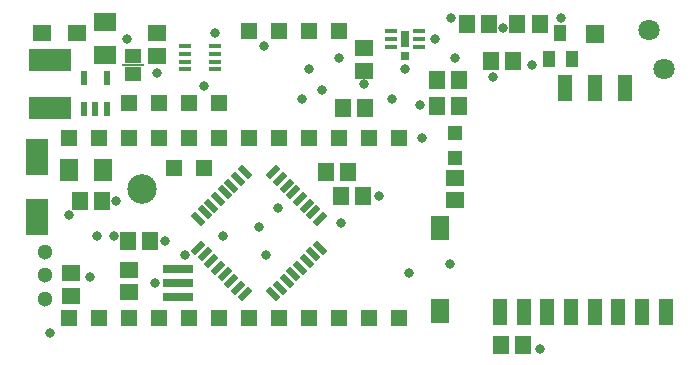
<source format=gts>
%FSLAX35Y35*%
%MOIN*%
%IN18=Loetstoppmaskeoben(X.StopTop)*%
%ADD10C,0.00591*%
%ADD11C,0.00004*%
%ADD12C,0.00154*%
%ADD13C,0.00192*%
%ADD14C,0.00197*%
%ADD15C,0.00200*%
%ADD16C,0.00240*%
%ADD17C,0.00288*%
%ADD18C,0.00300*%
%ADD19C,0.00394*%
%ADD20C,0.00400*%
%ADD21C,0.00450*%
%ADD22C,0.00500*%
%ADD23C,0.00600*%
%ADD24C,0.00787*%
%ADD25C,0.00800*%
%ADD26C,0.01000*%
%ADD27C,0.01024*%
%ADD28C,0.01181*%
%ADD29C,0.01575*%
%ADD30C,0.01969*%
%ADD31C,0.02362*%
%ADD32C,0.03150*%
%ADD33C,0.05000*%
%ADD34C,0.05118*%
%ADD35C,0.07087*%
%ADD36C,0.09843*%
%AMR_37*21,1,0.00591,0.01181,0,0,0.000*%
%ADD37R_37*%
%AMR_38*21,1,0.00600,0.07200,0,0,0.000*%
%ADD38R_38*%
%AMR_39*21,1,0.00787,0.04724,0,0,0.000*%
%ADD39R_39*%
%AMR_40*21,1,0.00788,0.03150,0,0,0.000*%
%ADD40R_40*%
%AMR_41*21,1,0.01181,0.01181,0,0,0.000*%
%ADD41R_41*%
%AMR_42*21,1,0.01250,0.04375,0,0,0.000*%
%ADD42R_42*%
%AMR_43*21,1,0.01400,0.05600,0,0,0.000*%
%ADD43R_43*%
%AMR_44*21,1,0.01574,0.03150,0,0,0.000*%
%ADD44R_44*%
%AMR_45*21,1,0.01574,0.04724,0,0,0.000*%
%ADD45R_45*%
%AMR_46*21,1,0.01800,0.02300,0,0,0.000*%
%ADD46R_46*%
%AMR_47*21,1,0.01969,0.02559,0,0,0.000*%
%ADD47R_47*%
%AMR_48*21,1,0.01969,0.05118,0,0,45.000*%
%ADD48R_48*%
%AMR_49*21,1,0.02000,0.02000,0,0,0.000*%
%ADD49R_49*%
%AMR_50*21,1,0.02165,0.04724,0,0,0.000*%
%ADD50R_50*%
%AMR_51*21,1,0.02500,0.02500,0,0,0.000*%
%ADD51R_51*%
%AMR_52*21,1,0.02500,0.05000,0,0,0.000*%
%ADD52R_52*%
%AMR_53*21,1,0.02559,0.05906,0,0,0.000*%
%ADD53R_53*%
%AMR_54*21,1,0.02756,0.09843,0,0,270.000*%
%ADD54R_54*%
%AMR_55*21,1,0.02953,0.05709,0,0,0.000*%
%ADD55R_55*%
%AMR_56*21,1,0.02953,0.06693,0,0,0.000*%
%ADD56R_56*%
%AMR_57*21,1,0.03150,0.00788,0,0,0.000*%
%ADD57R_57*%
%AMR_58*21,1,0.03150,0.01574,0,0,0.000*%
%ADD58R_58*%
%AMR_59*21,1,0.03750,0.01875,0,0,0.000*%
%ADD59R_59*%
%AMR_60*21,1,0.03937,0.01575,0,0,180.000*%
%ADD60R_60*%
%AMR_61*21,1,0.03937,0.05512,0,0,0.000*%
%ADD61R_61*%
%AMR_62*21,1,0.04600,0.05512,0,0,90.000*%
%ADD62R_62*%
%AMR_63*21,1,0.04600,0.05512,0,0,180.000*%
%ADD63R_63*%
%AMR_64*21,1,0.04724,0.01574,0,0,0.000*%
%ADD64R_64*%
%AMR_65*21,1,0.04724,0.04724,0,0,0.000*%
%ADD65R_65*%
%AMR_66*21,1,0.05118,0.01969,0,0,45.000*%
%ADD66R_66*%
%AMR_67*21,1,0.05118,0.05906,0,0,0.000*%
%ADD67R_67*%
%AMR_68*21,1,0.05118,0.05906,0,0,90.000*%
%ADD68R_68*%
%AMR_69*21,1,0.05118,0.05906,0,0,180.000*%
%ADD69R_69*%
%AMR_70*21,1,0.05118,0.05906,0,0,270.000*%
%ADD70R_70*%
%AMR_71*21,1,0.05118,0.06299,0,0,0.000*%
%ADD71R_71*%
%AMR_72*21,1,0.05118,0.06299,0,0,90.000*%
%ADD72R_72*%
%AMR_73*21,1,0.05118,0.06299,0,0,180.000*%
%ADD73R_73*%
%AMR_74*21,1,0.05315,0.02362,0,0,0.000*%
%ADD74R_74*%
%AMR_75*21,1,0.05512,0.02795,0,0,90.000*%
%ADD75R_75*%
%AMR_76*21,1,0.05512,0.05512,0,0,90.000*%
%ADD76R_76*%
%AMR_77*21,1,0.05512,0.05512,0,0,180.000*%
%ADD77R_77*%
%AMR_78*21,1,0.05512,0.05512,0,0,270.000*%
%ADD78R_78*%
%AMR_79*21,1,0.05600,0.01400,0,0,0.000*%
%ADD79R_79*%
%AMR_80*21,1,0.05709,0.02953,0,0,0.000*%
%ADD80R_80*%
%AMR_81*21,1,0.06299,0.05512,0,0,0.000*%
%ADD81R_81*%
%AMR_82*21,1,0.06299,0.05512,0,0,180.000*%
%ADD82R_82*%
%AMR_83*21,1,0.06299,0.06299,0,0,0.000*%
%ADD83R_83*%
%AMR_84*21,1,0.06299,0.07087,0,0,180.000*%
%ADD84R_84*%
%AMR_85*21,1,0.06299,0.07087,0,0,270.000*%
%ADD85R_85*%
%AMR_86*21,1,0.06693,0.02953,0,0,0.000*%
%ADD86R_86*%
%AMR_87*21,1,0.07087,0.11811,0,0,0.000*%
%ADD87R_87*%
%AMR_88*21,1,0.07087,0.14173,0,0,90.000*%
%ADD88R_88*%
%AMR_89*21,1,0.07200,0.00600,0,0,0.000*%
%ADD89R_89*%
%AMR_90*21,1,0.07874,0.06299,0,0,90.000*%
%ADD90R_90*%
%AMR_91*21,1,0.08661,0.04724,0,0,90.000*%
%ADD91R_91*%
%AMR_92*21,1,0.10625,0.01875,0,0,0.000*%
%ADD92R_92*%
%AMR_93*21,1,0.19685,0.19685,0,0,0.000*%
%ADD93R_93*%
%AMRR_94*21,1,0.03937,0.01260,0,0,0.000*21,1,0.03622,0.01575,0,0,0.000*1,1,0.00315,0.01811,0.00630*1,1,0.00315,-0.01811,-0.00630*1,1,0.00315,0.01811,-0.00630*1,1,0.00315,-0.01811,0.00630*%
%ADD94RR_94*%
G54D32*
X172500Y2790D03*
X156884Y93690D03*
X44375Y25000D03*
X78864Y43635D03*
X30625Y40625D03*
X118750Y53750D03*
X85114Y49885D03*
X93125Y86250D03*
X95625Y96250D03*
X127500Y96250D03*
X123125Y86250D03*
X200812Y89901D03*
X180812Y89901D03*
X113750Y91250D03*
X175063Y15098D03*
X190812Y15098D03*
X106250Y45000D03*
X182937Y15098D03*
X128750Y28125D03*
X142500Y31250D03*
X206560Y15098D03*
X25000Y40625D03*
X31250Y52324D03*
X214434Y15098D03*
X66875Y40625D03*
X60625Y90500D03*
X80625Y103750D03*
X132500Y84375D03*
X137500Y106250D03*
X160375Y109940D03*
X133125Y73125D03*
X170044Y97440D03*
X142875Y113125D03*
X144125Y100000D03*
X100000Y89375D03*
X9375Y8125D03*
X35000Y106250D03*
X45000Y95000D03*
X64375Y108125D03*
X81250Y34375D03*
X47500Y39003D03*
X15625Y47500D03*
X105625Y100000D03*
X22500Y26875D03*
X54375Y34375D03*
X179419Y113065D03*
G54D34*
X7500Y19625D03*
X7500Y35374D03*
X7500Y27500D03*
G54D35*
X213750Y96250D03*
X208750Y109375D03*
G54D36*
X40000Y56250D03*
G54D48*
X83634Y21123D03*
X85861Y23350D03*
X88088Y25578D03*
X90315Y27805D03*
X92542Y30032D03*
X94769Y32259D03*
X96997Y34486D03*
X99224Y36713D03*
X74169Y61768D03*
X71942Y59541D03*
X69714Y57314D03*
X67487Y55087D03*
X65260Y52860D03*
X63033Y50633D03*
X60806Y48405D03*
X58579Y46178D03*
G54D50*
X20634Y83006D03*
X24375Y83006D03*
X28115Y83006D03*
X28115Y93243D03*
X20634Y93243D03*
G54D54*
X51875Y29724D03*
X51875Y25000D03*
X51875Y20275D03*
G54D60*
X122834Y108809D03*
X122834Y106250D03*
X122834Y103690D03*
X132165Y103690D03*
X132165Y106250D03*
X132165Y108809D03*
G54D61*
X179375Y108080D03*
X183115Y99419D03*
X175634Y99419D03*
G54D62*
X36875Y94500D03*
X36875Y100500D03*
G54D65*
X144375Y74758D03*
X144375Y66491D03*
G54D66*
X58579Y36713D03*
X60806Y34486D03*
X63033Y32259D03*
X65260Y30032D03*
X67487Y27805D03*
X69714Y25578D03*
X71942Y23350D03*
X74169Y21123D03*
X99224Y46178D03*
X96997Y48405D03*
X94769Y50633D03*
X92542Y52860D03*
X90315Y55087D03*
X88088Y57314D03*
X85861Y59541D03*
X83634Y61768D03*
G54D67*
X35237Y39003D03*
X42717Y39003D03*
X159512Y4375D03*
X166993Y4375D03*
G54D68*
X45000Y100634D03*
X45000Y108115D03*
X113750Y95634D03*
X113750Y103115D03*
G54D69*
X108740Y61875D03*
X101259Y61875D03*
X113740Y53750D03*
X106259Y53750D03*
G54D70*
X35625Y29365D03*
X35625Y21884D03*
G54D71*
X19157Y52324D03*
X26638Y52324D03*
X138134Y92500D03*
X145615Y92500D03*
X138134Y83750D03*
X145615Y83750D03*
X148134Y111250D03*
X155615Y111250D03*
X165009Y111250D03*
X172490Y111250D03*
X106884Y83125D03*
X114365Y83125D03*
G54D72*
X144375Y52509D03*
X144375Y59990D03*
X16250Y20634D03*
X16250Y28115D03*
G54D73*
X163740Y99062D03*
X156259Y99062D03*
G54D75*
X127500Y106250D03*
G54D76*
X15625Y73125D03*
X25625Y73125D03*
X35625Y73125D03*
X45625Y73125D03*
X55625Y73125D03*
X65625Y73125D03*
X75625Y73125D03*
X85625Y73125D03*
X95625Y73125D03*
X105625Y73125D03*
X115625Y73125D03*
X125625Y73125D03*
G54D77*
X65625Y85000D03*
X55625Y85000D03*
X45625Y85000D03*
X35625Y85000D03*
X105625Y108750D03*
X95625Y108750D03*
X85625Y108750D03*
X75625Y108750D03*
G54D78*
X125625Y13125D03*
X115625Y13125D03*
X105625Y13125D03*
X95625Y13125D03*
X85625Y13125D03*
X75625Y13125D03*
X65625Y13125D03*
X55625Y13125D03*
X45625Y13125D03*
X35625Y13125D03*
X25625Y13125D03*
X15625Y13125D03*
X60625Y63125D03*
X50625Y63125D03*
G54D81*
X6594Y108125D03*
G54D82*
X18405Y108125D03*
G54D83*
X190937Y107812D03*
G54D84*
X26761Y62500D03*
X15738Y62500D03*
G54D85*
X27500Y111761D03*
X27500Y100738D03*
G54D87*
X5000Y46875D03*
X5000Y66875D03*
G54D88*
X9375Y99124D03*
X9375Y83375D03*
G54D90*
X139375Y15620D03*
X139375Y43129D03*
G54D91*
X159315Y15098D03*
X167189Y15098D03*
X175063Y15098D03*
X182937Y15098D03*
X190812Y15098D03*
X198686Y15098D03*
X206560Y15098D03*
X214434Y15098D03*
X200812Y89901D03*
X190812Y89901D03*
X180812Y89901D03*
G54D94*
X64394Y103838D03*
X64394Y101279D03*
X64394Y98720D03*
X64394Y96161D03*
X54355Y96161D03*
X54355Y98720D03*
X54355Y101279D03*
X54355Y103838D03*
G36*
X40475Y97200D02*
X33275Y97200D01*
X33275Y97800D01*
X40475Y97800D01*
X40475Y97200D01*
D02*G37*
G36*
X126250Y99375D02*
X126250Y101875D01*
X128750Y101875D01*
X128750Y99375D01*
X126250Y99375D01*
D02*G37*
M02*

</source>
